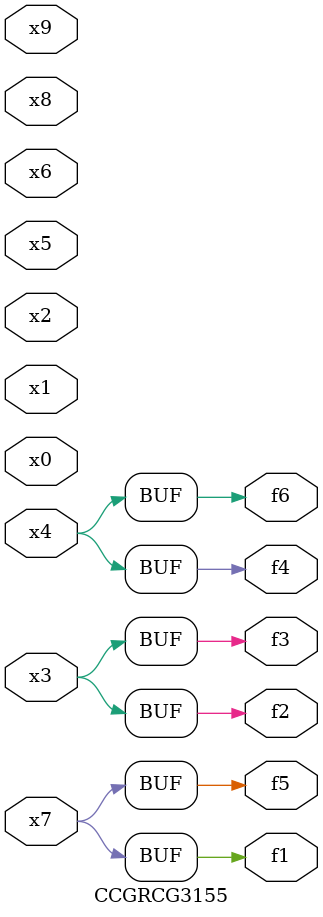
<source format=v>
module CCGRCG3155(
	input x0, x1, x2, x3, x4, x5, x6, x7, x8, x9,
	output f1, f2, f3, f4, f5, f6
);
	assign f1 = x7;
	assign f2 = x3;
	assign f3 = x3;
	assign f4 = x4;
	assign f5 = x7;
	assign f6 = x4;
endmodule

</source>
